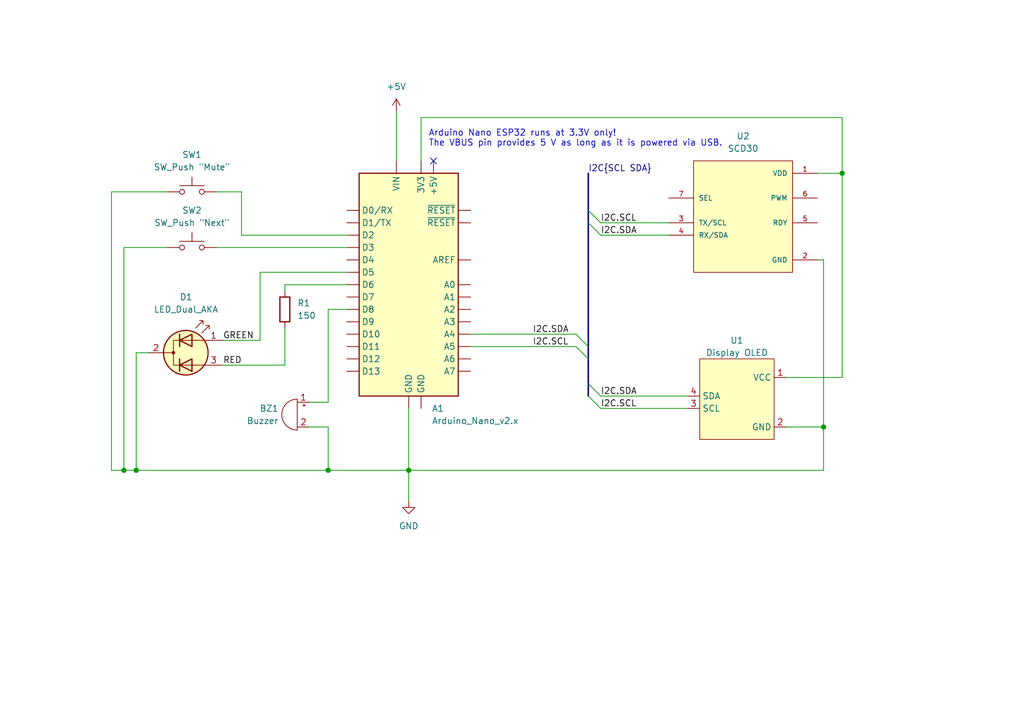
<source format=kicad_sch>
(kicad_sch (version 20231120) (generator "eeschema") (generator_version "8.0")
  (paper "A5")
  (title_block (title "Airboost") (date "2024-05-26") (rev "v1.0.0"))
  (lib_symbols
    (symbol "Device:Buzzer" (pin_names (offset 0.0254) hide)
      (property "Reference" "BZ" (at 3.81 1.27 0))
      (property "Value" "Buzzer" (at 3.81 -1.27 0))
      (symbol "Buzzer_0_1"
        (arc (start 0 -3.175) (mid 3.1612 0) (end 0 3.175))
        (polyline (pts (xy -1.651 1.905) (xy -1.143 1.905)))
        (polyline (pts (xy -1.397 2.159) (xy -1.397 1.651)))
        (polyline (pts (xy 0 3.175) (xy 0 -3.175)))
      )
      (symbol "Buzzer_1_1"
        (pin passive line (at -2.54 2.54 0) (length 2.54) (name "+") (number "1"))
        (pin passive line (at -2.54 -2.54 0) (length 2.54) (name "-") (number "2"))
      )
    )
    (symbol "Device:LED_Dual_AKA" (pin_names (offset 0) hide)
      (property "Reference" "D" (at 0 5.715 0))
      (property "Value" "LED_Dual_AKA" (at 0 -6.35 0))
      (symbol "LED_Dual_AKA_0_1"
        (circle (center -2.54 0) (radius 0.2794) (fill (type outline)))
        (polyline (pts (xy -4.572 0) (xy -2.54 0)))
        (polyline (pts (xy -1.27 -1.27) (xy -1.27 -3.81)) (stroke (width 0.254)))
        (polyline (pts (xy -1.27 1.27) (xy -1.27 3.81)) (stroke (width 0.254)))
        (polyline (pts (xy 3.81 -2.54) (xy 1.905 -2.54)))
        (polyline (pts (xy 3.81 2.54) (xy 1.905 2.54)))
        (polyline (pts (xy 1.27 -3.81) (xy 1.27 -1.27) (xy -1.27 -2.54) (xy 1.27 -3.81)) (stroke (width 0.254)))
        (polyline (pts (xy 1.27 1.27) (xy 1.27 3.81) (xy -1.27 2.54) (xy 1.27 1.27)) (stroke (width 0.254)))
        (polyline (pts (xy 2.032 2.54) (xy -2.54 2.54) (xy -2.54 -2.54) (xy 2.032 -2.54)))
        (polyline (pts (xy 2.032 5.08) (xy 3.556 6.604) (xy 2.794 6.604) (xy 3.556 6.604) (xy 3.556 5.842)))
        (polyline (pts (xy 3.302 4.064) (xy 4.826 5.588) (xy 4.064 5.588) (xy 4.826 5.588) (xy 4.826 4.826)))
        (circle (center 0 0) (radius 4.572) (stroke (width 0.254)) (fill (type background)))
      )
      (symbol "LED_Dual_AKA_1_1"
        (pin input line (at 7.62 2.54 180) (length 3.81) (name "A1") (number "1"))
        (pin input line (at -7.62 0 0) (length 3.048) (name "K") (number "2"))
        (pin input line (at 7.62 -2.54 180) (length 3.81) (name "A2") (number "3"))
      )
    )
    (symbol "Device:R" (pin_numbers hide) (pin_names (offset 0))
      (property "Reference" "R" (at 2.032 0 90))
      (property "Value" "R" (at 0 0 90))
      (symbol "R_0_1"
        (rectangle (start -1.016 -2.54) (end 1.016 2.54) (stroke (width 0.254)))
      )
      (symbol "R_1_1"
        (pin passive line (at 0 3.81 270) (length 1.27) (name "~") (number "1"))
        (pin passive line (at 0 -3.81 90) (length 1.27) (name "~") (number "2"))
      )
    )
    (symbol "Library:Mounted OLED Display"
      (property "Reference" "U1" (at 0 2.54 0))
      (property "Value" "Display OLED" (at 0 0 0))
      (symbol "Mounted OLED Display_0_1"
        (rectangle (start -7.62 -1.27) (end 7.62 -17.78) (fill (type background)))
      )
      (symbol "Mounted OLED Display_1_1"
        (pin power_in line (at 10.16 -5.08 180) (length 2.54) (name "VCC") (number "1"))
        (pin power_in line (at 10.16 -15.24 180) (length 2.54) (name "GND") (number "2"))
        (pin bidirectional line (at -10.16 -11.43 0) (length 2.54) (name "SCL") (number "3"))
        (pin bidirectional line (at -10.16 -8.89 0) (length 2.54) (name "SDA") (number "4"))
      )
    )
    (symbol "MCU_Module:Arduino_Nano_v2.x" (pin_numbers hide)
      (property "Reference" "A" (at -10.16 23.495 0))
      (property "Value" "Arduino_Nano_v2.x" (at 5.08 -24.13 0))
      (symbol "Arduino_Nano_v2.x_0_1"
        (rectangle (start -10.16 22.86) (end 10.16 -22.86) (stroke (width 0.254)) (fill (type background)))
      )
      (symbol "Arduino_Nano_v2.x_1_1"
        (pin bidirectional line (at -12.7 12.7 0) (length 2.54) (name "D1/TX") (number "1"))
        (pin bidirectional line (at -12.7 -2.54 0) (length 2.54) (name "D7") (number "10"))
        (pin bidirectional line (at -12.7 -5.08 0) (length 2.54) (name "D8") (number "11"))
        (pin bidirectional line (at -12.7 -7.62 0) (length 2.54) (name "D9") (number "12"))
        (pin bidirectional line (at -12.7 -10.16 0) (length 2.54) (name "D10") (number "13"))
        (pin bidirectional line (at -12.7 -12.7 0) (length 2.54) (name "D11") (number "14"))
        (pin bidirectional line (at -12.7 -15.24 0) (length 2.54) (name "D12") (number "15"))
        (pin bidirectional line (at -12.7 -17.78 0) (length 2.54) (name "D13") (number "16"))
        (pin power_out line (at 2.54 25.4 270) (length 2.54) (name "3V3") (number "17"))
        (pin input line (at 12.7 5.08 180) (length 2.54) (name "AREF") (number "18"))
        (pin bidirectional line (at 12.7 0 180) (length 2.54) (name "A0") (number "19"))
        (pin bidirectional line (at -12.7 15.24 0) (length 2.54) (name "D0/RX") (number "2"))
        (pin bidirectional line (at 12.7 -2.54 180) (length 2.54) (name "A1") (number "20"))
        (pin bidirectional line (at 12.7 -5.08 180) (length 2.54) (name "A2") (number "21"))
        (pin bidirectional line (at 12.7 -7.62 180) (length 2.54) (name "A3") (number "22"))
        (pin bidirectional line (at 12.7 -10.16 180) (length 2.54) (name "A4") (number "23"))
        (pin bidirectional line (at 12.7 -12.7 180) (length 2.54) (name "A5") (number "24"))
        (pin bidirectional line (at 12.7 -15.24 180) (length 2.54) (name "A6") (number "25"))
        (pin bidirectional line (at 12.7 -17.78 180) (length 2.54) (name "A7") (number "26"))
        (pin power_out line (at 5.08 25.4 270) (length 2.54) (name "+5V") (number "27"))
        (pin input line (at 12.7 15.24 180) (length 2.54) (name "~{RESET}") (number "28"))
        (pin power_in line (at 2.54 -25.4 90) (length 2.54) (name "GND") (number "29"))
        (pin input line (at 12.7 12.7 180) (length 2.54) (name "~{RESET}") (number "3"))
        (pin power_in line (at -2.54 25.4 270) (length 2.54) (name "VIN") (number "30"))
        (pin power_in line (at 0 -25.4 90) (length 2.54) (name "GND") (number "4"))
        (pin bidirectional line (at -12.7 10.16 0) (length 2.54) (name "D2") (number "5"))
        (pin bidirectional line (at -12.7 7.62 0) (length 2.54) (name "D3") (number "6"))
        (pin bidirectional line (at -12.7 5.08 0) (length 2.54) (name "D4") (number "7"))
        (pin bidirectional line (at -12.7 2.54 0) (length 2.54) (name "D5") (number "8"))
        (pin bidirectional line (at -12.7 0 0) (length 2.54) (name "D6") (number "9"))
      )
    )
    (symbol "SCD30:SCD30" (pin_names (offset 1.016))
      (property "Reference" "U" (at -10.16 13.462 0))
      (property "Value" "SCD30" (at -10.16 -12.7 0))
      (symbol "SCD30_0_0"
        (rectangle (start -10.16 -10.16) (end 10.16 12.7) (stroke (width 0.1524)) (fill (type background)))
        (pin power_in line (at 15.24 10.16 180) (length 5.08) (name "VDD") (number "1"))
        (pin power_in line (at 15.24 -7.62 180) (length 5.08) (name "GND") (number "2"))
        (pin bidirectional line (at -15.24 0 0) (length 5.08) (name "TX/SCL") (number "3"))
        (pin bidirectional line (at -15.24 -2.54 0) (length 5.08) (name "RX/SDA") (number "4"))
        (pin bidirectional line (at 15.24 0 180) (length 5.08) (name "RDY") (number "5"))
        (pin output line (at 15.24 5.08 180) (length 5.08) (name "PWM") (number "6"))
        (pin input line (at -15.24 5.08 0) (length 5.08) (name "SEL") (number "7"))
      )
    )
    (symbol "Switch:SW_Push" (pin_numbers hide) (pin_names (offset 1.016) hide)
      (property "Reference" "SW" (at 1.27 2.54 0))
      (property "Value" "SW_Push" (at 0 -1.524 0))
      (symbol "SW_Push_0_1"
        (circle (center -2.032 0) (radius 0.508))
        (polyline (pts (xy 0 1.27) (xy 0 3.048)))
        (polyline (pts (xy 2.54 1.27) (xy -2.54 1.27)))
        (circle (center 2.032 0) (radius 0.508))
        (pin passive line (at -5.08 0 0) (length 2.54) (name "1") (number "1"))
        (pin passive line (at 5.08 0 180) (length 2.54) (name "2") (number "2"))
      )
    )
    (symbol "power:+5V" (power) (pin_numbers hide) (pin_names (offset 0) hide)
      (property "Value" "+5V" (at 0 3.556 0))
      (symbol "+5V_0_1"
        (polyline (pts (xy -0.762 1.27) (xy 0 2.54)))
        (polyline (pts (xy 0 0) (xy 0 2.54)))
        (polyline (pts (xy 0 2.54) (xy 0.762 1.27)))
      )
      (symbol "+5V_1_1"
        (pin power_in line (at 0 0 90) (length 0) (name "~") (number "1"))
      )
    )
    (symbol "power:GND" (power) (pin_numbers hide) (pin_names (offset 0) hide)
      (property "Value" "GND" (at 0 -3.81 0))
      (symbol "GND_0_1"
        (polyline (pts (xy 0 0) (xy 0 -1.27) (xy 1.27 -1.27) (xy 0 -2.54) (xy -1.27 -1.27) (xy 0 -1.27)))
      )
      (symbol "GND_1_1"
        (pin power_in line (at 0 0 270) (length 0) (name "~") (number "1"))
      )
    )
  )
  (junction (at 67.31 96.52))
  (junction (at 168.91 87.63))
  (junction (at 27.94 96.52))
  (junction (at 83.82 96.52))
  (junction (at 172.72 35.56))
  (junction (at 25.4 96.52))
  (no_connect (at 88.9 33.02))
  (bus_entry (at 120.65 45.72) (size 2.54 2.54))
  (bus_entry (at 120.65 78.74) (size 2.54 2.54))
  (bus_entry (at 120.65 71.12) (size -2.54 -2.54))
  (bus_entry (at 120.65 43.18) (size 2.54 2.54))
  (bus_entry (at 120.65 81.28) (size 2.54 2.54))
  (bus_entry (at 120.65 73.66) (size -2.54 -2.54))
  (wire (pts (xy 86.36 24.13) (xy 86.36 33.02)))
  (wire (pts (xy 83.82 96.52) (xy 83.82 102.87)))
  (wire (pts (xy 27.94 72.39) (xy 27.94 96.52)))
  (wire (pts (xy 53.34 55.88) (xy 53.34 69.85)))
  (wire (pts (xy 22.86 39.37) (xy 22.86 96.52)))
  (wire (pts (xy 168.91 53.34) (xy 168.91 87.63)))
  (wire (pts (xy 123.19 45.72) (xy 137.16 45.72)))
  (wire (pts (xy 27.94 96.52) (xy 67.31 96.52)))
  (wire (pts (xy 123.19 48.26) (xy 137.16 48.26)))
  (wire (pts (xy 161.29 87.63) (xy 168.91 87.63)))
  (wire (pts (xy 67.31 96.52) (xy 83.82 96.52)))
  (wire (pts (xy 168.91 87.63) (xy 168.91 96.52)))
  (wire (pts (xy 58.42 67.31) (xy 58.42 74.93)))
  (wire (pts (xy 96.52 68.58) (xy 118.11 68.58)))
  (wire (pts (xy 34.29 39.37) (xy 22.86 39.37)))
  (wire (pts (xy 44.45 50.8) (xy 71.12 50.8)))
  (bus (pts (xy 120.65 45.72) (xy 120.65 71.12)))
  (wire (pts (xy 67.31 87.63) (xy 67.31 96.52)))
  (wire (pts (xy 58.42 58.42) (xy 71.12 58.42)))
  (bus (pts (xy 120.65 78.74) (xy 120.65 81.28)))
  (wire (pts (xy 96.52 71.12) (xy 118.11 71.12)))
  (wire (pts (xy 123.19 83.82) (xy 140.97 83.82)))
  (wire (pts (xy 67.31 82.55) (xy 67.31 63.5)))
  (wire (pts (xy 123.19 81.28) (xy 140.97 81.28)))
  (wire (pts (xy 34.29 50.8) (xy 25.4 50.8)))
  (wire (pts (xy 167.64 35.56) (xy 172.72 35.56)))
  (wire (pts (xy 58.42 74.93) (xy 45.72 74.93)))
  (wire (pts (xy 81.28 22.86) (xy 81.28 33.02)))
  (wire (pts (xy 22.86 96.52) (xy 25.4 96.52)))
  (wire (pts (xy 168.91 53.34) (xy 167.64 53.34)))
  (wire (pts (xy 49.53 48.26) (xy 71.12 48.26)))
  (wire (pts (xy 83.82 96.52) (xy 168.91 96.52)))
  (wire (pts (xy 27.94 72.39) (xy 30.48 72.39)))
  (wire (pts (xy 86.36 24.13) (xy 172.72 24.13)))
  (wire (pts (xy 67.31 63.5) (xy 71.12 63.5)))
  (wire (pts (xy 25.4 50.8) (xy 25.4 96.52)))
  (wire (pts (xy 58.42 58.42) (xy 58.42 59.69)))
  (bus (pts (xy 120.65 43.18) (xy 120.65 45.72)))
  (bus (pts (xy 120.65 71.12) (xy 120.65 73.66)))
  (wire (pts (xy 53.34 55.88) (xy 71.12 55.88)))
  (wire (pts (xy 25.4 96.52) (xy 27.94 96.52)))
  (wire (pts (xy 49.53 39.37) (xy 49.53 48.26)))
  (wire (pts (xy 161.29 77.47) (xy 172.72 77.47)))
  (bus (pts (xy 120.65 35.56) (xy 120.65 43.18)))
  (wire (pts (xy 63.5 82.55) (xy 67.31 82.55)))
  (wire (pts (xy 45.72 69.85) (xy 53.34 69.85)))
  (wire (pts (xy 44.45 39.37) (xy 49.53 39.37)))
  (wire (pts (xy 83.82 83.82) (xy 83.82 96.52)))
  (wire (pts (xy 172.72 77.47) (xy 172.72 35.56)))
  (bus (pts (xy 120.65 73.66) (xy 120.65 78.74)))
  (wire (pts (xy 172.72 35.56) (xy 172.72 24.13)))
  (wire (pts (xy 67.31 87.63) (xy 63.5 87.63)))
  (text "Arduino Nano ESP32 runs at 3.3V only!\nThe VBUS pin provides 5 V as long as it is powered via USB." (at 87.884 28.448 0) (effects (font (size 1.27 1.27)) (justify left)))
  (label "RED" (at 45.72 74.93 0))
  (label "I2C.SDA" (at 123.19 48.26 0))
  (label "I2C{SCL SDA}" (at 120.65 35.56 0))
  (label "I2C.SDA" (at 109.22 68.58 0))
  (label "I2C.SDA" (at 123.19 81.28 0))
  (label "GREEN" (at 45.72 69.85 0))
  (label "I2C.SCL" (at 123.19 83.82 0))
  (label "I2C.SCL" (at 109.22 71.12 0))
  (label "I2C.SCL" (at 123.19 45.72 0))
  (symbol (lib_id "power:GND") (at 83.82 102.87 0) (unit 1)
    (property "Reference" "#PWR01" (effects (hide yes)))
    (property "Value" "GND" (at 83.82 107.95 0))
    (property "Description" "Power symbol creates a global label with name \"GND\" , ground" (effects (hide yes)))
  )
  (symbol (lib_id "Switch:SW_Push") (at 39.37 50.8 0) (unit 1)
    (property "Reference" "SW2" (at 39.37 43.18 0))
    (property "Value" "SW_Push \"Next\"" (at 39.37 45.72 0))
    (property "Footprint" "Button_Switch_THT:SW_PUSH_6mm" (effects (hide yes)))
    (property "Description" "Push button switch, generic, two pins" (effects (hide yes)))
  )
  (symbol (lib_id "Switch:SW_Push") (at 39.37 39.37 0) (unit 1)
    (property "Reference" "SW1" (at 39.37 31.75 0))
    (property "Value" "SW_Push \"Mute\"" (at 39.37 34.29 0))
    (property "Footprint" "Button_Switch_THT:SW_PUSH_6mm" (effects (hide yes)))
    (property "Description" "Push button switch, generic, two pins" (effects (hide yes)))
  )
  (symbol (lib_id "Device:Buzzer") (at 60.96 85.09 0) (mirror y) (unit 1)
    (property "Reference" "BZ1" (at 57.15 83.8199 0) (effects (justify left)))
    (property "Value" "Buzzer" (at 57.15 86.3599 0) (effects (justify left)))
    (property "Description" "Buzzer, polarized" (effects (hide yes)))
  )
  (symbol (lib_id "Device:LED_Dual_AKA") (at 38.1 72.39 0) (unit 1)
    (property "Reference" "D1" (at 38.1635 60.96 0))
    (property "Value" "LED_Dual_AKA" (at 38.1635 63.5 0))
    (property "Description" "Dual LED, common cathode on pin 2" (effects (hide yes)))
  )
  (symbol (lib_id "Device:R") (at 58.42 63.5 0) (unit 1)
    (property "Reference" "R1" (at 60.96 62.2299 0) (effects (justify left)))
    (property "Value" "150" (at 60.96 64.7699 0) (effects (justify left)))
    (property "Description" "Resistor" (effects (hide yes)))
  )
  (symbol (lib_id "SCD30:SCD30") (at 152.4 45.72 0) (unit 1)
    (property "Reference" "U2" (at 152.4 27.94 0))
    (property "Value" "SCD30" (at 152.4 30.48 0))
    (property "Footprint" "SCD30:MODULE_SCD30" (effects (hide yes)))
    (property "PARTREV" "D1" (effects (hide yes)))
    (property "STANDARD" "Manufacturer Recommendations" (effects (hide yes)))
    (property "MAXIMUM_PACKAGE_HEIGHT" "7.0mm" (effects (hide yes)))
    (property "MANUFACTURER" "Sensirion" (effects (hide yes)))
  )
  (symbol (lib_id "Library:Mounted OLED Display") (at 151.13 72.39 0) (unit 1)
    (property "Reference" "U1" (at 151.13 69.85 0))
    (property "Value" "Display OLED" (at 151.13 72.39 0))
    (property "Footprint" "Library:Mounted OLED Display" (effects (hide yes)))
    (property "Description" "Display OLED 128x64" (effects (hide yes)))
  )
  (symbol (lib_id "MCU_Module:Arduino_Nano_v2.x") (at 83.82 58.42 0) (unit 1)
    (property "Reference" "A1" (at 88.5541 83.82 0) (effects (justify left)))
    (property "Value" "Arduino_Nano_v2.x" (at 88.5541 86.36 0) (effects (justify left)))
    (property "Footprint" "Module:Arduino_Nano" (effects (hide yes)))
    (property "Datasheet" "https://www.arduino.cc/en/uploads/Main/ArduinoNanoManual23.pdf" (effects (hide yes)))
    (property "Description" "Arduino Nano v2.x" (effects (hide yes)))
  )
  (symbol (lib_id "power:+5V") (at 81.28 22.86 0) (unit 1)
    (property "Reference" "#PWR02" (effects (hide yes)))
    (property "Value" "+5V" (at 81.28 17.78 0))
    (property "Description" "Power symbol creates a global label with name \"+5V\"" (effects (hide yes)))
  )
)
</source>
